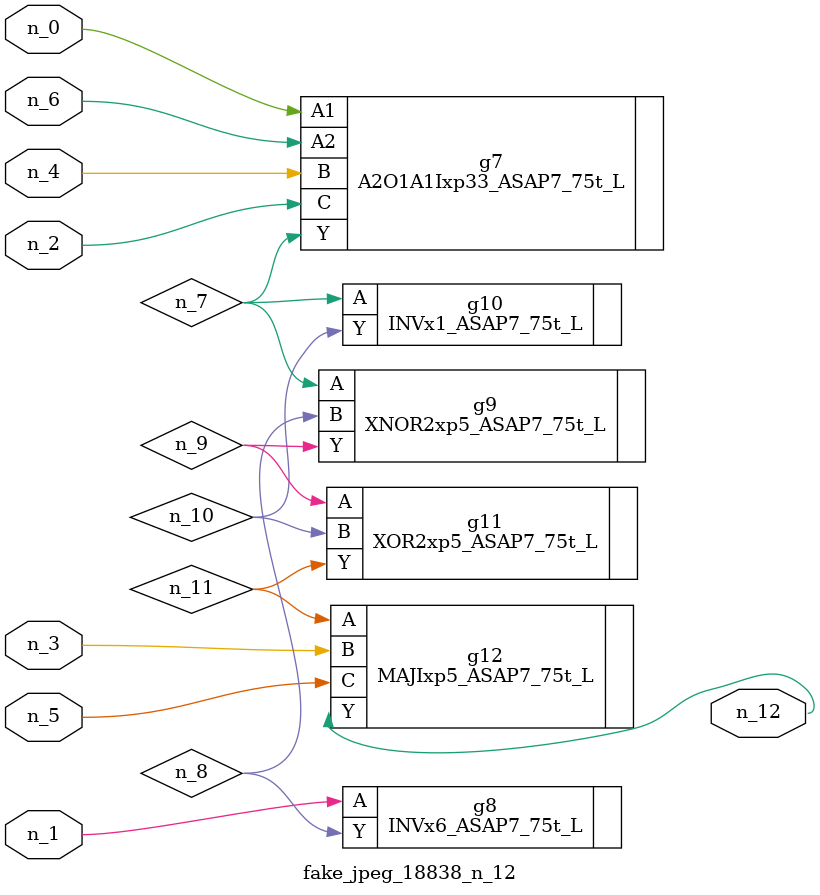
<source format=v>
module fake_jpeg_18838_n_12 (n_3, n_2, n_1, n_0, n_4, n_6, n_5, n_12);

input n_3;
input n_2;
input n_1;
input n_0;
input n_4;
input n_6;
input n_5;

output n_12;

wire n_11;
wire n_10;
wire n_8;
wire n_9;
wire n_7;

A2O1A1Ixp33_ASAP7_75t_L g7 ( 
.A1(n_0),
.A2(n_6),
.B(n_4),
.C(n_2),
.Y(n_7)
);

INVx6_ASAP7_75t_L g8 ( 
.A(n_1),
.Y(n_8)
);

XNOR2xp5_ASAP7_75t_L g9 ( 
.A(n_7),
.B(n_8),
.Y(n_9)
);

XOR2xp5_ASAP7_75t_L g11 ( 
.A(n_9),
.B(n_10),
.Y(n_11)
);

INVx1_ASAP7_75t_L g10 ( 
.A(n_7),
.Y(n_10)
);

MAJIxp5_ASAP7_75t_L g12 ( 
.A(n_11),
.B(n_3),
.C(n_5),
.Y(n_12)
);


endmodule
</source>
